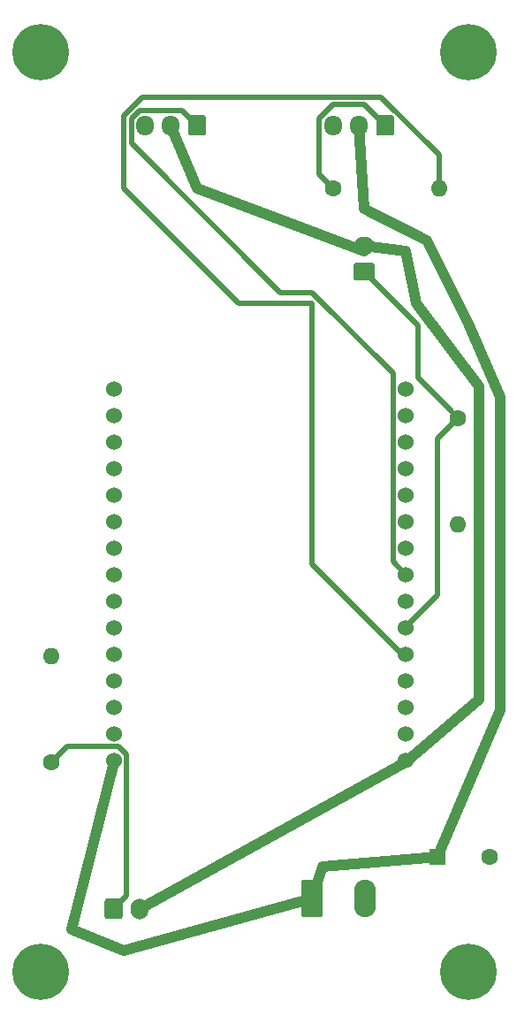
<source format=gbr>
G04 #@! TF.GenerationSoftware,KiCad,Pcbnew,(5.1.4)-1*
G04 #@! TF.CreationDate,2022-03-06T23:24:09-05:00*
G04 #@! TF.ProjectId,wifi_remote_leds,77696669-5f72-4656-9d6f-74655f6c6564,rev?*
G04 #@! TF.SameCoordinates,Original*
G04 #@! TF.FileFunction,Copper,L1,Top*
G04 #@! TF.FilePolarity,Positive*
%FSLAX46Y46*%
G04 Gerber Fmt 4.6, Leading zero omitted, Abs format (unit mm)*
G04 Created by KiCad (PCBNEW (5.1.4)-1) date 2022-03-06 23:24:09*
%MOMM*%
%LPD*%
G04 APERTURE LIST*
%ADD10O,2.080000X3.600000*%
%ADD11C,0.100000*%
%ADD12C,2.080000*%
%ADD13C,1.524000*%
%ADD14O,2.000000X1.700000*%
%ADD15C,1.700000*%
%ADD16O,1.700000X2.000000*%
%ADD17O,1.600000X1.600000*%
%ADD18C,1.600000*%
%ADD19O,1.700000X1.950000*%
%ADD20C,5.400000*%
%ADD21R,1.600000X1.600000*%
%ADD22C,1.000000*%
%ADD23C,0.500000*%
G04 APERTURE END LIST*
D10*
X110080000Y-109000000D03*
D11*
G36*
X105814505Y-107201204D02*
G01*
X105838773Y-107204804D01*
X105862572Y-107210765D01*
X105885671Y-107219030D01*
X105907850Y-107229520D01*
X105928893Y-107242132D01*
X105948599Y-107256747D01*
X105966777Y-107273223D01*
X105983253Y-107291401D01*
X105997868Y-107311107D01*
X106010480Y-107332150D01*
X106020970Y-107354329D01*
X106029235Y-107377428D01*
X106035196Y-107401227D01*
X106038796Y-107425495D01*
X106040000Y-107449999D01*
X106040000Y-110550001D01*
X106038796Y-110574505D01*
X106035196Y-110598773D01*
X106029235Y-110622572D01*
X106020970Y-110645671D01*
X106010480Y-110667850D01*
X105997868Y-110688893D01*
X105983253Y-110708599D01*
X105966777Y-110726777D01*
X105948599Y-110743253D01*
X105928893Y-110757868D01*
X105907850Y-110770480D01*
X105885671Y-110780970D01*
X105862572Y-110789235D01*
X105838773Y-110795196D01*
X105814505Y-110798796D01*
X105790001Y-110800000D01*
X104209999Y-110800000D01*
X104185495Y-110798796D01*
X104161227Y-110795196D01*
X104137428Y-110789235D01*
X104114329Y-110780970D01*
X104092150Y-110770480D01*
X104071107Y-110757868D01*
X104051401Y-110743253D01*
X104033223Y-110726777D01*
X104016747Y-110708599D01*
X104002132Y-110688893D01*
X103989520Y-110667850D01*
X103979030Y-110645671D01*
X103970765Y-110622572D01*
X103964804Y-110598773D01*
X103961204Y-110574505D01*
X103960000Y-110550001D01*
X103960000Y-107449999D01*
X103961204Y-107425495D01*
X103964804Y-107401227D01*
X103970765Y-107377428D01*
X103979030Y-107354329D01*
X103989520Y-107332150D01*
X104002132Y-107311107D01*
X104016747Y-107291401D01*
X104033223Y-107273223D01*
X104051401Y-107256747D01*
X104071107Y-107242132D01*
X104092150Y-107229520D01*
X104114329Y-107219030D01*
X104137428Y-107210765D01*
X104161227Y-107204804D01*
X104185495Y-107201204D01*
X104209999Y-107200000D01*
X105790001Y-107200000D01*
X105814505Y-107201204D01*
X105814505Y-107201204D01*
G37*
D12*
X105000000Y-109000000D03*
D13*
X113970000Y-60220000D03*
X113970000Y-62760000D03*
X113970000Y-65300000D03*
X113970000Y-67840000D03*
X113970000Y-70380000D03*
X113970000Y-72920000D03*
X113970000Y-75460000D03*
X113970000Y-78000000D03*
X113970000Y-80540000D03*
X113970000Y-83080000D03*
X113970000Y-85620000D03*
X113970000Y-88160000D03*
X113970000Y-90700000D03*
X113970000Y-93240000D03*
X113970000Y-95780000D03*
X86030000Y-95780000D03*
X86030000Y-93240000D03*
X86030000Y-90700000D03*
X86030000Y-88160000D03*
X86030000Y-85620000D03*
X86030000Y-83080000D03*
X86030000Y-80540000D03*
X86030000Y-78000000D03*
X86030000Y-75460000D03*
X86030000Y-72920000D03*
X86030000Y-70380000D03*
X86030000Y-67840000D03*
X86030000Y-65300000D03*
X86030000Y-62760000D03*
X86030000Y-60220000D03*
D14*
X110000000Y-46500000D03*
D11*
G36*
X110774504Y-48151204D02*
G01*
X110798773Y-48154804D01*
X110822571Y-48160765D01*
X110845671Y-48169030D01*
X110867849Y-48179520D01*
X110888893Y-48192133D01*
X110908598Y-48206747D01*
X110926777Y-48223223D01*
X110943253Y-48241402D01*
X110957867Y-48261107D01*
X110970480Y-48282151D01*
X110980970Y-48304329D01*
X110989235Y-48327429D01*
X110995196Y-48351227D01*
X110998796Y-48375496D01*
X111000000Y-48400000D01*
X111000000Y-49600000D01*
X110998796Y-49624504D01*
X110995196Y-49648773D01*
X110989235Y-49672571D01*
X110980970Y-49695671D01*
X110970480Y-49717849D01*
X110957867Y-49738893D01*
X110943253Y-49758598D01*
X110926777Y-49776777D01*
X110908598Y-49793253D01*
X110888893Y-49807867D01*
X110867849Y-49820480D01*
X110845671Y-49830970D01*
X110822571Y-49839235D01*
X110798773Y-49845196D01*
X110774504Y-49848796D01*
X110750000Y-49850000D01*
X109250000Y-49850000D01*
X109225496Y-49848796D01*
X109201227Y-49845196D01*
X109177429Y-49839235D01*
X109154329Y-49830970D01*
X109132151Y-49820480D01*
X109111107Y-49807867D01*
X109091402Y-49793253D01*
X109073223Y-49776777D01*
X109056747Y-49758598D01*
X109042133Y-49738893D01*
X109029520Y-49717849D01*
X109019030Y-49695671D01*
X109010765Y-49672571D01*
X109004804Y-49648773D01*
X109001204Y-49624504D01*
X109000000Y-49600000D01*
X109000000Y-48400000D01*
X109001204Y-48375496D01*
X109004804Y-48351227D01*
X109010765Y-48327429D01*
X109019030Y-48304329D01*
X109029520Y-48282151D01*
X109042133Y-48261107D01*
X109056747Y-48241402D01*
X109073223Y-48223223D01*
X109091402Y-48206747D01*
X109111107Y-48192133D01*
X109132151Y-48179520D01*
X109154329Y-48169030D01*
X109177429Y-48160765D01*
X109201227Y-48154804D01*
X109225496Y-48151204D01*
X109250000Y-48150000D01*
X110750000Y-48150000D01*
X110774504Y-48151204D01*
X110774504Y-48151204D01*
G37*
D15*
X110000000Y-49000000D03*
D16*
X88500000Y-110000000D03*
D11*
G36*
X86624504Y-109001204D02*
G01*
X86648773Y-109004804D01*
X86672571Y-109010765D01*
X86695671Y-109019030D01*
X86717849Y-109029520D01*
X86738893Y-109042133D01*
X86758598Y-109056747D01*
X86776777Y-109073223D01*
X86793253Y-109091402D01*
X86807867Y-109111107D01*
X86820480Y-109132151D01*
X86830970Y-109154329D01*
X86839235Y-109177429D01*
X86845196Y-109201227D01*
X86848796Y-109225496D01*
X86850000Y-109250000D01*
X86850000Y-110750000D01*
X86848796Y-110774504D01*
X86845196Y-110798773D01*
X86839235Y-110822571D01*
X86830970Y-110845671D01*
X86820480Y-110867849D01*
X86807867Y-110888893D01*
X86793253Y-110908598D01*
X86776777Y-110926777D01*
X86758598Y-110943253D01*
X86738893Y-110957867D01*
X86717849Y-110970480D01*
X86695671Y-110980970D01*
X86672571Y-110989235D01*
X86648773Y-110995196D01*
X86624504Y-110998796D01*
X86600000Y-111000000D01*
X85400000Y-111000000D01*
X85375496Y-110998796D01*
X85351227Y-110995196D01*
X85327429Y-110989235D01*
X85304329Y-110980970D01*
X85282151Y-110970480D01*
X85261107Y-110957867D01*
X85241402Y-110943253D01*
X85223223Y-110926777D01*
X85206747Y-110908598D01*
X85192133Y-110888893D01*
X85179520Y-110867849D01*
X85169030Y-110845671D01*
X85160765Y-110822571D01*
X85154804Y-110798773D01*
X85151204Y-110774504D01*
X85150000Y-110750000D01*
X85150000Y-109250000D01*
X85151204Y-109225496D01*
X85154804Y-109201227D01*
X85160765Y-109177429D01*
X85169030Y-109154329D01*
X85179520Y-109132151D01*
X85192133Y-109111107D01*
X85206747Y-109091402D01*
X85223223Y-109073223D01*
X85241402Y-109056747D01*
X85261107Y-109042133D01*
X85282151Y-109029520D01*
X85304329Y-109019030D01*
X85327429Y-109010765D01*
X85351227Y-109004804D01*
X85375496Y-109001204D01*
X85400000Y-109000000D01*
X86600000Y-109000000D01*
X86624504Y-109001204D01*
X86624504Y-109001204D01*
G37*
D15*
X86000000Y-110000000D03*
D17*
X117160000Y-41000000D03*
D18*
X107000000Y-41000000D03*
D17*
X119000000Y-73160000D03*
D18*
X119000000Y-63000000D03*
D17*
X80000000Y-85840000D03*
D18*
X80000000Y-96000000D03*
D19*
X107000000Y-35000000D03*
X109500000Y-35000000D03*
D11*
G36*
X112624504Y-34026204D02*
G01*
X112648773Y-34029804D01*
X112672571Y-34035765D01*
X112695671Y-34044030D01*
X112717849Y-34054520D01*
X112738893Y-34067133D01*
X112758598Y-34081747D01*
X112776777Y-34098223D01*
X112793253Y-34116402D01*
X112807867Y-34136107D01*
X112820480Y-34157151D01*
X112830970Y-34179329D01*
X112839235Y-34202429D01*
X112845196Y-34226227D01*
X112848796Y-34250496D01*
X112850000Y-34275000D01*
X112850000Y-35725000D01*
X112848796Y-35749504D01*
X112845196Y-35773773D01*
X112839235Y-35797571D01*
X112830970Y-35820671D01*
X112820480Y-35842849D01*
X112807867Y-35863893D01*
X112793253Y-35883598D01*
X112776777Y-35901777D01*
X112758598Y-35918253D01*
X112738893Y-35932867D01*
X112717849Y-35945480D01*
X112695671Y-35955970D01*
X112672571Y-35964235D01*
X112648773Y-35970196D01*
X112624504Y-35973796D01*
X112600000Y-35975000D01*
X111400000Y-35975000D01*
X111375496Y-35973796D01*
X111351227Y-35970196D01*
X111327429Y-35964235D01*
X111304329Y-35955970D01*
X111282151Y-35945480D01*
X111261107Y-35932867D01*
X111241402Y-35918253D01*
X111223223Y-35901777D01*
X111206747Y-35883598D01*
X111192133Y-35863893D01*
X111179520Y-35842849D01*
X111169030Y-35820671D01*
X111160765Y-35797571D01*
X111154804Y-35773773D01*
X111151204Y-35749504D01*
X111150000Y-35725000D01*
X111150000Y-34275000D01*
X111151204Y-34250496D01*
X111154804Y-34226227D01*
X111160765Y-34202429D01*
X111169030Y-34179329D01*
X111179520Y-34157151D01*
X111192133Y-34136107D01*
X111206747Y-34116402D01*
X111223223Y-34098223D01*
X111241402Y-34081747D01*
X111261107Y-34067133D01*
X111282151Y-34054520D01*
X111304329Y-34044030D01*
X111327429Y-34035765D01*
X111351227Y-34029804D01*
X111375496Y-34026204D01*
X111400000Y-34025000D01*
X112600000Y-34025000D01*
X112624504Y-34026204D01*
X112624504Y-34026204D01*
G37*
D15*
X112000000Y-35000000D03*
D19*
X89000000Y-35000000D03*
X91500000Y-35000000D03*
D11*
G36*
X94624504Y-34026204D02*
G01*
X94648773Y-34029804D01*
X94672571Y-34035765D01*
X94695671Y-34044030D01*
X94717849Y-34054520D01*
X94738893Y-34067133D01*
X94758598Y-34081747D01*
X94776777Y-34098223D01*
X94793253Y-34116402D01*
X94807867Y-34136107D01*
X94820480Y-34157151D01*
X94830970Y-34179329D01*
X94839235Y-34202429D01*
X94845196Y-34226227D01*
X94848796Y-34250496D01*
X94850000Y-34275000D01*
X94850000Y-35725000D01*
X94848796Y-35749504D01*
X94845196Y-35773773D01*
X94839235Y-35797571D01*
X94830970Y-35820671D01*
X94820480Y-35842849D01*
X94807867Y-35863893D01*
X94793253Y-35883598D01*
X94776777Y-35901777D01*
X94758598Y-35918253D01*
X94738893Y-35932867D01*
X94717849Y-35945480D01*
X94695671Y-35955970D01*
X94672571Y-35964235D01*
X94648773Y-35970196D01*
X94624504Y-35973796D01*
X94600000Y-35975000D01*
X93400000Y-35975000D01*
X93375496Y-35973796D01*
X93351227Y-35970196D01*
X93327429Y-35964235D01*
X93304329Y-35955970D01*
X93282151Y-35945480D01*
X93261107Y-35932867D01*
X93241402Y-35918253D01*
X93223223Y-35901777D01*
X93206747Y-35883598D01*
X93192133Y-35863893D01*
X93179520Y-35842849D01*
X93169030Y-35820671D01*
X93160765Y-35797571D01*
X93154804Y-35773773D01*
X93151204Y-35749504D01*
X93150000Y-35725000D01*
X93150000Y-34275000D01*
X93151204Y-34250496D01*
X93154804Y-34226227D01*
X93160765Y-34202429D01*
X93169030Y-34179329D01*
X93179520Y-34157151D01*
X93192133Y-34136107D01*
X93206747Y-34116402D01*
X93223223Y-34098223D01*
X93241402Y-34081747D01*
X93261107Y-34067133D01*
X93282151Y-34054520D01*
X93304329Y-34044030D01*
X93327429Y-34035765D01*
X93351227Y-34029804D01*
X93375496Y-34026204D01*
X93400000Y-34025000D01*
X94600000Y-34025000D01*
X94624504Y-34026204D01*
X94624504Y-34026204D01*
G37*
D15*
X94000000Y-35000000D03*
D20*
X120000000Y-116000000D03*
X120000000Y-28000000D03*
X79000000Y-116000000D03*
X79000000Y-28000000D03*
D18*
X122000000Y-105000000D03*
D21*
X117000000Y-105000000D03*
D22*
X105000000Y-109000000D02*
X106000000Y-106000000D01*
X106000000Y-106000000D02*
X117000000Y-105000000D01*
X109500000Y-35000000D02*
X110000000Y-43000000D01*
X110000000Y-43000000D02*
X116000000Y-46000000D01*
X116000000Y-46000000D02*
X120000000Y-54000000D01*
X120000000Y-54000000D02*
X123000000Y-61000000D01*
X123000000Y-61000000D02*
X123000000Y-91000000D01*
X123000000Y-91000000D02*
X117000000Y-105000000D01*
X105000000Y-109000000D02*
X87000000Y-114000000D01*
X87000000Y-114000000D02*
X82000000Y-112000000D01*
X82000000Y-112000000D02*
X86000000Y-96000000D01*
X88500000Y-110000000D02*
X114000000Y-96000000D01*
X91500000Y-35000000D02*
X94000000Y-41000000D01*
X94000000Y-41000000D02*
X110000000Y-47000000D01*
X110000000Y-46500000D02*
X114000000Y-47000000D01*
X114000000Y-47000000D02*
X115000000Y-52000000D01*
X115000000Y-52000000D02*
X121000000Y-60000000D01*
X121000000Y-60000000D02*
X121000000Y-90000000D01*
X121000000Y-90000000D02*
X114000000Y-96000000D01*
D23*
X87699990Y-34336519D02*
X87699990Y-36699990D01*
X88461519Y-33574990D02*
X87699990Y-34336519D01*
X94000000Y-35000000D02*
X92574990Y-33574990D01*
X92574990Y-33574990D02*
X88461519Y-33574990D01*
X87699990Y-36699990D02*
X102000000Y-51000000D01*
X102000000Y-51000000D02*
X105000000Y-51000000D01*
X112757999Y-58757999D02*
X112757999Y-76757999D01*
X105000000Y-51000000D02*
X112757999Y-58757999D01*
X112757999Y-76757999D02*
X114000000Y-78000000D01*
X105699990Y-39699990D02*
X106200001Y-40200001D01*
X105699990Y-34336519D02*
X105699990Y-39699990D01*
X107036509Y-33000000D02*
X105699990Y-34336519D01*
X112000000Y-35000000D02*
X110000000Y-33000000D01*
X110000000Y-33000000D02*
X107036509Y-33000000D01*
X106200001Y-40200001D02*
X107000000Y-41000000D01*
X87242001Y-108757999D02*
X86905553Y-109094447D01*
X87242001Y-95198239D02*
X87242001Y-108757999D01*
X86495763Y-94452001D02*
X87242001Y-95198239D01*
X80000000Y-96000000D02*
X81547999Y-94452001D01*
X81547999Y-94452001D02*
X86495763Y-94452001D01*
X86905553Y-109094447D02*
X86000000Y-110000000D01*
X115182001Y-59182001D02*
X118200001Y-62200001D01*
X110000000Y-49000000D02*
X115182001Y-54182001D01*
X115182001Y-54182001D02*
X115182001Y-59182001D01*
X118200001Y-62200001D02*
X119000000Y-63000000D01*
X117000000Y-65000000D02*
X117000000Y-80000000D01*
X119000000Y-63000000D02*
X117000000Y-65000000D01*
X117000000Y-80000000D02*
X114000000Y-83000000D01*
X86999980Y-34046566D02*
X86999980Y-40999980D01*
X88746556Y-32299990D02*
X86999980Y-34046566D01*
X111614956Y-32299990D02*
X88746556Y-32299990D01*
X117160000Y-41000000D02*
X117160000Y-37845034D01*
X117160000Y-37845034D02*
X111614956Y-32299990D01*
X86999980Y-40999980D02*
X98000000Y-52000000D01*
X98000000Y-52000000D02*
X105000000Y-52000000D01*
X105000000Y-52000000D02*
X105000000Y-77000000D01*
X105000000Y-77000000D02*
X114000000Y-86000000D01*
M02*

</source>
